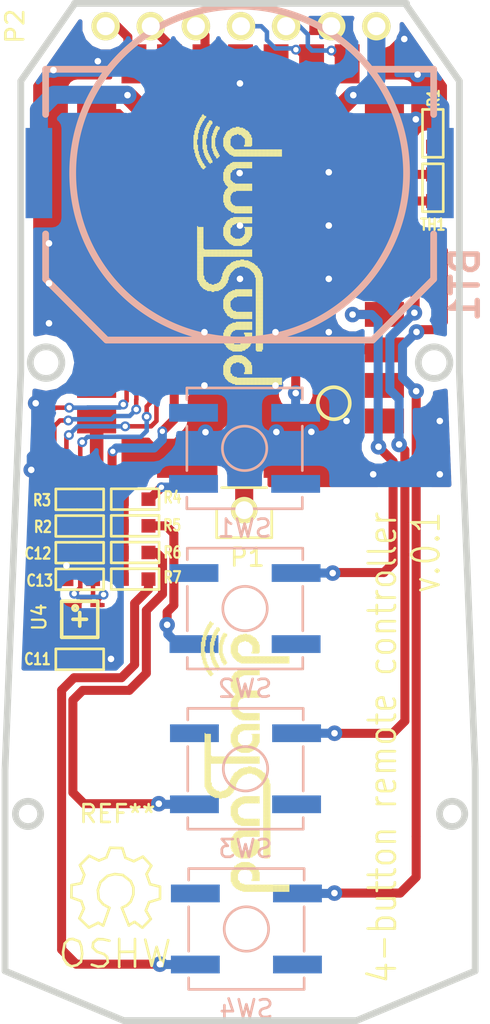
<source format=kicad_pcb>
(kicad_pcb (version 4) (host pcbnew 4.0.2+e4-6225~38~ubuntu14.04.1-stable)
  (title_block (title "panStamp keyfob board") (date 2016-05-06) (rev 0.1) (company panStamp))
  (layers (0 Front signal) (1 Ground power) (2 Power power) (31 Back signal) (34 B.Paste user) (35 F.Paste user) (36 B.SilkS user) (37 F.SilkS user) (38 B.Mask user) (39 F.Mask user) (44 Edge.Cuts user))
  (net 0 "")
  (net 1 /RESET)
  (net 2 GND)
  (net 3 VCC)
  (net 4 /D0)
  (net 5 /D1)
  (net 6 /D14)
  (net 7 /D15)
  (net 8 /D16)
  (net 9 /D17)
  (net 10 /D18)
  (net 11 /D2)
  (net 12 /TEST)
  (net 13 /D12)
  (net 14 /D11)
  (net 15 /D10)
  (net 16 /D9)
  (net 17 /D19)
  (net 18 /D20)
  (net 19 /D21)
  (net 20 /D22)
  (net 21 /I2C_SDA)
  (net 22 /I2C_SCL)
  (net 23 /D5)
  (net 24 /D6)
  (net 25 /D7)
  (net 26 "Net-(C11-Pad1)")
  (net 27 /D13)
  (net 28 "Net-(R4-Pad2)")
  (net 29 /D8)
  (net 30 "Net-(R5-Pad2)")
  (net 31 "Net-(R6-Pad2)")
  (net 32 "Net-(R7-Pad2)")
  (net 33 "Net-(P1-Pad1)")
  (module mysmd:linx_bat-hld-001 (layer Back) (at 82.9818 60.0456)
    (fp_text reference BT1 (at 12.6873 6.2611 270) (layer B.SilkS) (effects (font (thickness 0.3048)) (justify mirror)))
    (fp_text value Battery hide)
    (pad 1 smd rect (at -11.3 0) (size 1.5 5.08) (layers Back B.Paste B.Mask) (net 3 VCC))
    (pad 1 smd rect (at 11.3 0) (size 1.5 5.08) (layers Back B.Paste B.Mask) (net 3 VCC))
    (pad 2 smd circle (at 0 0) (size 14 14) (layers Back B.Paste B.Mask) (net 2 GND))
  )
  (module Pin_Headers:Pin_Header_Straight_1x07 (layer Front) (at 75.44 51.78 90)
    (fp_text reference P2 (at 0 -5.1 90) (layer F.SilkS))
    (fp_text value CONN_01X07)
    (pad 1 thru_hole circle (at 0 0 90) (size 1.6 1.6) (drill 1.016) (layers *.Cu *.Mask F.SilkS) (net 23 /D5))
    (pad 2 thru_hole circle (at 0 2.54 90) (size 1.6 1.6) (drill 1.016) (layers *.Cu *.Mask F.SilkS) (net 24 /D6))
    (pad 3 thru_hole circle (at 0 5.08 90) (size 1.6 1.6) (drill 1.016) (layers *.Cu *.Mask F.SilkS) (net 25 /D7))
    (pad 4 thru_hole circle (at 0 7.62 90) (size 1.6 1.6) (drill 1.016) (layers *.Cu *.Mask F.SilkS) (net 1 /RESET))
    (pad 5 thru_hole circle (at 0 10.16 90) (size 1.6 1.6) (drill 1.016) (layers *.Cu *.Mask F.SilkS) (net 12 /TEST))
    (pad 6 thru_hole circle (at 0 12.7 90) (size 1.6 1.6) (drill 1.016) (layers *.Cu *.Mask F.SilkS) (net 2 GND))
    (pad 7 thru_hole circle (at 0 15.24 90) (size 1.6 1.6) (drill 1.016) (layers *.Cu *.Mask F.SilkS) (net 3 VCC))
  )
  (module mysmd:PANSTAMP_2 (layer Front) (at 83.0326 64.9986 180)
    (fp_text reference PS1 hide)
    (fp_text value PANSTAMP_NRG2 hide)
    (pad 1 smd rect (at -8.1 -9 180) (size 2.2 1.4) (layers Front F.Mask) (net 9 /D17))
    (pad 2 smd rect (at -8.1 -7 180) (size 2.2 1.4) (layers Front F.Mask) (net 8 /D16))
    (pad 3 smd rect (at -8.1 -5 180) (size 2.2 1.4) (layers Front F.Mask) (net 7 /D15))
    (pad 4 smd rect (at -8.1 -3 180) (size 2.2 1.4) (layers Front F.Mask) (net 6 /D14))
    (pad 5 smd rect (at -8.1 -1 180) (size 2.2 1.4) (layers Front F.Mask) (net 27 /D13))
    (pad 6 smd rect (at -8.1 1 180) (size 2.2 1.4) (layers Front F.Mask) (net 13 /D12))
    (pad 7 smd rect (at -8.1 3 180) (size 2.2 1.4) (layers Front F.Mask) (net 14 /D11))
    (pad 8 smd rect (at -8.1 5 180) (size 2.2 1.4) (layers Front F.Mask) (net 15 /D10))
    (pad 9 smd rect (at -8.1 7 180) (size 2.2 1.4) (layers Front F.Mask) (net 16 /D9))
    (pad 10 smd rect (at -8.1 9 180) (size 2.2 1.4) (layers Front F.Mask) (net 29 /D8))
    (pad 11 smd rect (at -6 11.1 270) (size 2.2 1.4) (layers Front F.Mask) (net 12 /TEST))
    (pad 12 smd rect (at -4 11.1 270) (size 2.2 1.4) (layers Front F.Mask) (net 1 /RESET))
    (pad 13 smd rect (at -2 11.1 270) (size 2.2 1.4) (layers Front F.Mask) (net 3 VCC))
    (pad 14 smd rect (at 0 11.1 270) (size 2.2 1.4) (layers Front F.Mask) (net 2 GND))
    (pad 15 smd rect (at 2 11.1 270) (size 2.2 1.4) (layers Front F.Mask) (net 25 /D7))
    (pad 16 smd rect (at 4 11.1 270) (size 2.2 1.4) (layers Front F.Mask) (net 24 /D6))
    (pad 17 smd rect (at 6 11.1 270) (size 2.2 1.4) (layers Front F.Mask) (net 23 /D5))
    (pad 18 smd rect (at 8.1 9 180) (size 2.2 1.4) (layers Front F.Mask) (net 22 /I2C_SCL))
    (pad 19 smd rect (at 8.1 7 180) (size 2.2 1.4) (layers Front F.Mask) (net 21 /I2C_SDA))
    (pad 20 smd rect (at 8.1 5 180) (size 2.2 1.4) (layers Front F.Mask) (net 11 /D2))
    (pad 21 smd rect (at 8.1 3 180) (size 2.2 1.4) (layers Front F.Mask) (net 5 /D1))
    (pad 22 smd rect (at 8.1 1 180) (size 2.2 1.4) (layers Front F.Mask) (net 4 /D0))
    (pad 23 smd rect (at 8.1 -1 180) (size 2.2 1.4) (layers Front F.Mask) (net 20 /D22))
    (pad 24 smd rect (at 8.1 -3 180) (size 2.2 1.4) (layers Front F.Mask) (net 19 /D21))
    (pad 25 smd rect (at 8.1 -5 180) (size 2.2 1.4) (layers Front F.Mask) (net 18 /D20))
    (pad 26 smd rect (at 8.1 -7 180) (size 2.2 1.4) (layers Front F.Mask) (net 17 /D19))
    (pad 27 smd rect (at 8.1 -9 180) (size 2.2 1.4) (layers Front F.Mask) (net 10 /D18))
    (pad 28 smd rect (at 6 -11.1 270) (size 2.2 1.4) (layers Front F.Mask) (net 2 GND))
    (pad 29 smd rect (at 4 -11.1 270) (size 2.2 1.4) (layers Front F.Mask) (net 2 GND))
    (pad 30 smd rect (at 2 -11.1 270) (size 2.2 1.4) (layers Front F.Mask) (net 2 GND))
    (pad 31 smd rect (at 0 -11.1 270) (size 2.2 1.4) (layers Front F.Mask) (net 33 "Net-(P1-Pad1)"))
    (pad 32 smd rect (at -2 -11.1 270) (size 2.2 1.4) (layers Front F.Mask) (net 2 GND))
    (pad 33 smd rect (at -4 -11.1 270) (size 2.2 1.4) (layers Front F.Mask) (net 2 GND))
    (pad 34 smd rect (at -6 -11.1 270) (size 2.2 1.4) (layers Front F.Mask) (net 2 GND))
  )
  (module mysmd:SM0603S (layer Front) (at 73.98 87.41)
    (fp_text reference C11 (at -2.3774 -0.0086) (layer F.SilkS) (effects (font (size 0.635 0.508) (thickness 0.127))))
    (fp_text value 100n hide)
    (pad 2 smd rect (at 0.7493 0) (size 0.7874 0.762) (layers Front F.Paste F.Mask) (net 2 GND))
    (pad 1 smd rect (at -0.7493 0) (size 0.7874 0.762) (layers Front F.Paste F.Mask) (net 26 "Net-(C11-Pad1)"))
  )
  (module mysmd:SM0603S (layer Front) (at 73.98 81.41 180)
    (fp_text reference C12 (at 2.352 -0.0478 360) (layer F.SilkS) (effects (font (size 0.635 0.508) (thickness 0.127))))
    (fp_text value 1u hide)
    (pad 2 smd rect (at 0.7493 0 180) (size 0.7874 0.762) (layers Front F.Paste F.Mask) (net 2 GND))
    (pad 1 smd rect (at -0.7493 0 180) (size 0.7874 0.762) (layers Front F.Paste F.Mask) (net 10 /D18))
  )
  (module mysmd:SM0603S (layer Front) (at 73.98 82.91 180)
    (fp_text reference C13 (at 2.2504 -0.0718 360) (layer F.SilkS) (effects (font (size 0.635 0.508) (thickness 0.127))))
    (fp_text value 100n hide)
    (pad 2 smd rect (at 0.7493 0 180) (size 0.7874 0.762) (layers Front F.Paste F.Mask) (net 2 GND))
    (pad 1 smd rect (at -0.7493 0 180) (size 0.7874 0.762) (layers Front F.Paste F.Mask) (net 10 /D18))
  )
  (module mysmd:SM0603S (layer Front) (at 93.86 57.81 90)
    (fp_text reference R1 (at 1.99 0.04 90) (layer F.SilkS) (effects (font (size 0.635 0.508) (thickness 0.127))))
    (fp_text value 10k hide)
    (pad 2 smd rect (at 0.7493 0 90) (size 0.7874 0.762) (layers Front F.Paste F.Mask) (net 2 GND))
    (pad 1 smd rect (at -0.7493 0 90) (size 0.7874 0.762) (layers Front F.Paste F.Mask) (net 15 /D10))
  )
  (module mysmd:SM0603S (layer Front) (at 93.86 60.87 270)
    (fp_text reference TH1 (at 2.08 0 360) (layer F.SilkS) (effects (font (size 0.635 0.508) (thickness 0.127))))
    (fp_text value THERMISTOR hide)
    (pad 2 smd rect (at 0.7493 0 270) (size 0.7874 0.762) (layers Front F.Paste F.Mask) (net 14 /D11))
    (pad 1 smd rect (at -0.7493 0 270) (size 0.7874 0.762) (layers Front F.Paste F.Mask) (net 15 /D10))
  )
  (module mysmd:DFN-10 (layer Front) (at 73.98 85.16 270)
    (fp_text reference U4 (at -0.1208 2.2758 450) (layer F.SilkS) (effects (font (size 0.762 0.762) (thickness 0.127))))
    (fp_text value MMA8652FC hide)
    (pad 10 smd rect (at -0.8 -1 270) (size 0.225 0.8) (layers Front F.Paste F.Mask) (net 21 /I2C_SDA))
    (pad 9 smd rect (at -0.4 -1 270) (size 0.225 0.8) (layers Front F.Paste F.Mask) (net 2 GND))
    (pad 8 smd rect (at 0 -1 270) (size 0.225 0.8) (layers Front F.Paste F.Mask) (net 10 /D18))
    (pad 7 smd rect (at 0.4 -1 270) (size 0.225 0.8) (layers Front F.Paste F.Mask) (net 2 GND))
    (pad 6 smd rect (at 0.8 -1 270) (size 0.225 0.8) (layers Front F.Paste F.Mask) (net 2 GND))
    (pad 5 smd rect (at 0.8 1 270) (size 0.225 0.8) (layers Front F.Paste F.Mask) (net 4 /D0))
    (pad 4 smd rect (at 0.4 1 270) (size 0.225 0.8) (layers Front F.Paste F.Mask) (net 26 "Net-(C11-Pad1)"))
    (pad 3 smd rect (at 0 1 270) (size 0.225 0.8) (layers Front F.Paste F.Mask) (net 5 /D1))
    (pad 2 smd rect (at -0.4 1 270) (size 0.225 0.8) (layers Front F.Paste F.Mask) (net 22 /I2C_SCL))
    (pad 1 smd rect (at -0.8 1 270) (size 0.225 0.8) (layers Front F.Paste F.Mask) (net 10 /D18))
  )
  (module mysmd:SM0603S (layer Front) (at 73.98 79.91 180)
    (fp_text reference R2 (at 2.0726 -0.0492 180) (layer F.SilkS) (effects (font (size 0.635 0.508) (thickness 0.127))))
    (fp_text value 10k hide)
    (pad 2 smd rect (at 0.7493 0 180) (size 0.7874 0.762) (layers Front F.Paste F.Mask) (net 21 /I2C_SDA))
    (pad 1 smd rect (at -0.7493 0 180) (size 0.7874 0.762) (layers Front F.Paste F.Mask) (net 10 /D18))
  )
  (module mysmd:SM0603S (layer Front) (at 73.98 78.41 180)
    (fp_text reference R3 (at 2.1234 -0.0506 180) (layer F.SilkS) (effects (font (size 0.635 0.508) (thickness 0.127))))
    (fp_text value 10k hide)
    (pad 2 smd rect (at 0.7493 0 180) (size 0.7874 0.762) (layers Front F.Paste F.Mask) (net 22 /I2C_SCL))
    (pad 1 smd rect (at -0.7493 0 180) (size 0.7874 0.762) (layers Front F.Paste F.Mask) (net 10 /D18))
  )
  (module mysmd:SM0603S (layer Front) (at 77.1 78.4)
    (fp_text reference R4 (at 2.1 -0.1) (layer F.SilkS) (effects (font (size 0.635 0.508) (thickness 0.127))))
    (fp_text value 10k hide)
    (pad 2 smd rect (at 0.7493 0) (size 0.7874 0.762) (layers Front F.Paste F.Mask) (net 28 "Net-(R4-Pad2)"))
    (pad 1 smd rect (at -0.7493 0) (size 0.7874 0.762) (layers Front F.Paste F.Mask) (net 3 VCC))
  )
  (module mysmd:SM0603S (layer Front) (at 77.1 79.9)
    (fp_text reference R5 (at 2.0828 -0.0254) (layer F.SilkS) (effects (font (size 0.635 0.508) (thickness 0.127))))
    (fp_text value 10k hide)
    (pad 2 smd rect (at 0.7493 0) (size 0.7874 0.762) (layers Front F.Paste F.Mask) (net 30 "Net-(R5-Pad2)"))
    (pad 1 smd rect (at -0.7493 0) (size 0.7874 0.762) (layers Front F.Paste F.Mask) (net 3 VCC))
  )
  (module Buttons_Switches_SMD:SW_SPST_B3SL-1002P (layer Back) (at 83.2612 75.5396)
    (fp_text reference SW1 (at 0 4.5) (layer B.SilkS) (effects (justify mirror)))
    (fp_text value SW_PUSH)
    (pad 1 smd rect (at -2.875 2) (size 2.75 1) (layers Back B.Paste B.Mask) (net 28 "Net-(R4-Pad2)"))
    (pad 1 smd rect (at 2.875 2) (size 2.75 1) (layers Back B.Paste B.Mask))
    (pad 2 smd rect (at 2.875 -2) (size 2.75 1) (layers Back B.Paste B.Mask) (net 7 /D15))
    (pad 2 smd rect (at -2.875 -2) (size 2.75 1) (layers Back B.Paste B.Mask))
  )
  (module Buttons_Switches_SMD:SW_SPST_B3SL-1002P (layer Back) (at 83.2866 84.5566)
    (fp_text reference SW2 (at 0 4.5) (layer B.SilkS) (effects (justify mirror)))
    (fp_text value SW_PUSH)
    (pad 1 smd rect (at -2.875 2) (size 2.75 1) (layers Back B.Paste B.Mask) (net 30 "Net-(R5-Pad2)"))
    (pad 1 smd rect (at 2.875 2) (size 2.75 1) (layers Back B.Paste B.Mask))
    (pad 2 smd rect (at 2.875 -2) (size 2.75 1) (layers Back B.Paste B.Mask) (net 6 /D14))
    (pad 2 smd rect (at -2.875 -2) (size 2.75 1) (layers Back B.Paste B.Mask))
  )
  (module mysmd:SM0603S (layer Front) (at 77.1 81.4)
    (fp_text reference R6 (at 2.1 0) (layer F.SilkS) (effects (font (size 0.635 0.508) (thickness 0.127))))
    (fp_text value 10k hide)
    (pad 2 smd rect (at 0.7493 0) (size 0.7874 0.762) (layers Front F.Paste F.Mask) (net 31 "Net-(R6-Pad2)"))
    (pad 1 smd rect (at -0.7493 0) (size 0.7874 0.762) (layers Front F.Paste F.Mask) (net 3 VCC))
  )
  (module mysmd:SM0603S (layer Front) (at 77.1 82.9)
    (fp_text reference R7 (at 2.1 -0.1) (layer F.SilkS) (effects (font (size 0.635 0.508) (thickness 0.127))))
    (fp_text value 10k hide)
    (pad 2 smd rect (at 0.7493 0) (size 0.7874 0.762) (layers Front F.Paste F.Mask) (net 32 "Net-(R7-Pad2)"))
    (pad 1 smd rect (at -0.7493 0) (size 0.7874 0.762) (layers Front F.Paste F.Mask) (net 3 VCC))
  )
  (module Buttons_Switches_SMD:SW_SPST_B3SL-1002P (layer Back) (at 83.312 93.5736)
    (fp_text reference SW3 (at 0 4.5) (layer B.SilkS) (effects (justify mirror)))
    (fp_text value SW_PUSH)
    (pad 1 smd rect (at -2.875 2) (size 2.75 1) (layers Back B.Paste B.Mask) (net 31 "Net-(R6-Pad2)"))
    (pad 1 smd rect (at 2.875 2) (size 2.75 1) (layers Back B.Paste B.Mask))
    (pad 2 smd rect (at 2.875 -2) (size 2.75 1) (layers Back B.Paste B.Mask) (net 27 /D13))
    (pad 2 smd rect (at -2.875 -2) (size 2.75 1) (layers Back B.Paste B.Mask))
  )
  (module Buttons_Switches_SMD:SW_SPST_B3SL-1002P (layer Back) (at 83.3628 102.5906)
    (fp_text reference SW4 (at 0 4.5) (layer B.SilkS) (effects (justify mirror)))
    (fp_text value SW_PUSH)
    (pad 1 smd rect (at -2.875 2) (size 2.75 1) (layers Back B.Paste B.Mask) (net 32 "Net-(R7-Pad2)"))
    (pad 1 smd rect (at 2.875 2) (size 2.75 1) (layers Back B.Paste B.Mask))
    (pad 2 smd rect (at 2.875 -2) (size 2.75 1) (layers Back B.Paste B.Mask) (net 13 /D12))
    (pad 2 smd rect (at -2.875 -2) (size 2.75 1) (layers Back B.Paste B.Mask))
  )
  (module Pin_Headers:Pin_Header_Straight_1x01 (layer Front) (at 83.24 79.02 180)
    (fp_text reference P1 (at -0.18 -2.66 180) (layer F.SilkS))
    (fp_text value CONN_01X01)
    (pad 1 thru_hole circle (at 0 0 180) (size 1.5 1.5) (drill 1) (layers *.Cu *.Mask F.SilkS) (net 33 "Net-(P1-Pad1)"))
  )
  (module mymods:PANSTAMPLOGO (layer Front) (at 80.08 71.97 90)
    (fp_text reference G*** hide)
    (fp_text value PANSTAMPLOGO hide)
  )
  (module mymods:PANSTAMPLOGO (layer Front) (at 80.5 100.5 90)
    (fp_text reference G*** hide)
    (fp_text value PANSTAMPLOGO hide)
  )
  (module Symbols:Symbol_OSHW-Logo_SilkScreen (layer Front) (at 76 100.5)
    (fp_text reference REF** (at 0.09906 -4.38912) (layer F.SilkS))
    (fp_text value Symbol_OSHW-Logo_SilkScreen)
  )
  (gr_text "4-button remote controller\nv.0.1" (at 92.25 79 90) (layer F.SilkS) (effects (font (size 1.524 1.27) (thickness 0.1524)) (justify right)))
  (gr_circle (center 94.9452 96.1136) (end 95.6564 96.1136) (layer Edge.Cuts) (width 0.381))
  (gr_circle (center 71.0692 96.1136) (end 70.358 96.1136) (layer Edge.Cuts) (width 0.381))
  (gr_circle (center 72.0852 70.7136) (end 71.1962 70.7136) (layer Edge.Cuts) (width 0.381))
  (gr_circle (center 93.9292 70.7136) (end 93.0402 70.7136) (layer Edge.Cuts) (width 0.381))
  (gr_line (start 70.6628 71.2216) (end 70.6628 54.864) (angle 90) (layer Edge.Cuts) (width 0.381))
  (gr_line (start 95.3516 54.864) (end 95.3516 71.2216) (angle 90) (layer Edge.Cuts) (width 0.381))
  (gr_line (start 73.6854 50.4952) (end 92.3798 50.4952) (angle 90) (layer Edge.Cuts) (width 0.381))
  (gr_line (start 73.7108 50.4952) (end 70.6628 54.864) (angle 90) (layer Edge.Cuts) (width 0.381))
  (gr_line (start 92.3036 50.4952) (end 95.3516 54.864) (angle 90) (layer Edge.Cuts) (width 0.381))
  (gr_line (start 69.7738 93.6244) (end 69.7738 104.9528) (angle 90) (layer Edge.Cuts) (width 0.381))
  (gr_line (start 96.2406 104.9528) (end 96.2406 93.6244) (angle 90) (layer Edge.Cuts) (width 0.381))
  (gr_line (start 89.5604 107.7468) (end 96.2406 104.9528) (angle 90) (layer Edge.Cuts) (width 0.381))
  (gr_line (start 76.454 107.7468) (end 89.5604 107.7468) (angle 90) (layer Edge.Cuts) (width 0.381))
  (gr_line (start 69.7738 104.9528) (end 76.454 107.7468) (angle 90) (layer Edge.Cuts) (width 0.381))
  (gr_line (start 69.7738 93.6244) (end 70.6628 71.2216) (angle 90) (layer Edge.Cuts) (width 0.381))
  (gr_line (start 96.2406 93.6244) (end 95.3516 71.2216) (angle 90) (layer Edge.Cuts) (width 0.381))
  (segment (start 83.06 51.78) (end 84.2 51.78) (width 0.254) (layer Back) (net 1))
  (segment (start 86.15 53.1) (end 86.9486 53.8986) (width 0.254) (layer Front) (net 1))
  (via (at 86.15 53.1) (size 0.5588) (drill 0.3048) (layers Front Back) (net 1))
  (segment (start 86.08 53.03) (end 86.15 53.1) (width 0.254) (layer Back) (net 1))
  (segment (start 84.99 53.03) (end 86.08 53.03) (width 0.254) (layer Back) (net 1))
  (segment (start 84.52 52.56) (end 84.99 53.03) (width 0.254) (layer Back) (net 1))
  (segment (start 84.52 52.1) (end 84.52 52.56) (width 0.254) (layer Back) (net 1))
  (segment (start 84.2 51.78) (end 84.52 52.1) (width 0.254) (layer Back) (net 1))
  (segment (start 86.9486 53.8986) (end 87.0326 53.8986) (width 0.254) (layer Front) (net 1))
  (segment (start 93 54.5) (end 93 53.25) (width 0.508) (layer Front) (net 2))
  (segment (start 92.9 54.6) (end 93 54.5) (width 0.508) (layer Front) (net 2))
  (via (at 93 54.5) (size 0.8763) (drill 0.3683) (layers Front Back) (net 2))
  (segment (start 93.86 57.0607) (end 92.9407 57.0607) (width 0.508) (layer Front) (net 2))
  (via (at 92.9 57.02) (size 0.8763) (drill 0.3683) (layers Front Back) (net 2))
  (segment (start 92.9407 57.0607) (end 92.9 57.02) (width 0.508) (layer Front) (net 2))
  (segment (start 92.9 57.02) (end 92.9 54.6) (width 0.508) (layer Front) (net 2))
  (via (at 92.25 52.5) (size 0.8763) (drill 0.3683) (layers Front Back) (net 2))
  (segment (start 93 53.25) (end 92.25 52.5) (width 0.508) (layer Front) (net 2))
  (segment (start 75 53.75) (end 73 53.75) (width 0.508) (layer Back) (net 2))
  (via (at 75 53.75) (size 0.8763) (drill 0.3683) (layers Front Back) (net 2))
  (segment (start 80.25 53.75) (end 75 53.75) (width 0.508) (layer Back) (net 2))
  (via (at 72.5 54.25) (size 0.8763) (drill 0.3683) (layers Front Back) (net 2))
  (segment (start 73 53.75) (end 72.5 54.25) (width 0.508) (layer Back) (net 2))
  (segment (start 82.9818 60.0456) (end 82.9818 56.4818) (width 0.508) (layer Back) (net 2))
  (segment (start 82.9818 56.4818) (end 80.25 53.75) (width 0.508) (layer Back) (net 2))
  (segment (start 72.25 64) (end 72.25 66.25) (width 0.508) (layer Back) (net 2))
  (via (at 72.25 66.25) (size 0.8763) (drill 0.3683) (layers Front Back) (net 2))
  (segment (start 74 69) (end 81 69) (width 0.508) (layer Back) (net 2))
  (via (at 81 69) (size 0.8763) (drill 0.3683) (layers Front Back) (net 2))
  (via (at 72.25 68.5) (size 0.8763) (drill 0.3683) (layers Front Back) (net 2))
  (segment (start 73.5 68.5) (end 72.25 68.5) (width 0.508) (layer Back) (net 2))
  (segment (start 74 69) (end 73.5 68.5) (width 0.508) (layer Back) (net 2))
  (segment (start 72.25 66.25) (end 72.25 68.5) (width 0.508) (layer Back) (net 2))
  (via (at 72.25 64) (size 0.8763) (drill 0.3683) (layers Front Back) (net 2))
  (segment (start 71.25 76.75) (end 71.25 76) (width 0.508) (layer Back) (net 2))
  (segment (start 73.2307 76.9807) (end 73 76.75) (width 0.508) (layer Back) (net 2))
  (segment (start 73 76.75) (end 71.25 76.75) (width 0.508) (layer Back) (net 2))
  (via (at 71.25 76.75) (size 0.8763) (drill 0.3683) (layers Front Back) (net 2))
  (segment (start 73.2307 82.14) (end 73.2307 76.9807) (width 0.508) (layer Back) (net 2))
  (via (at 71.5 73) (size 0.8763) (drill 0.3683) (layers Front Back) (net 2))
  (segment (start 71.5 75.75) (end 71.5 73) (width 0.508) (layer Back) (net 2))
  (segment (start 71.25 76) (end 71.5 75.75) (width 0.508) (layer Back) (net 2))
  (segment (start 94.25 74) (end 94.25 77) (width 0.508) (layer Back) (net 2))
  (via (at 90.5 77) (size 0.8763) (drill 0.3683) (layers Front Back) (net 2))
  (segment (start 90.5 77) (end 94.25 77) (width 0.508) (layer Back) (net 2))
  (via (at 94.25 77) (size 0.8763) (drill 0.3683) (layers Front Back) (net 2))
  (segment (start 90.5 77) (end 89.5986 76.0986) (width 0.508) (layer Front) (net 2))
  (via (at 94.25 74) (size 0.8763) (drill 0.3683) (layers Front Back) (net 2))
  (segment (start 89.0326 76.0986) (end 89.5986 76.0986) (width 0.508) (layer Front) (net 2))
  (segment (start 81.0326 76.0986) (end 81.0326 74.6574) (width 0.254) (layer Front) (net 2))
  (segment (start 81.06 74.63) (end 81.08 74.63) (width 0.254) (layer Back) (net 2))
  (via (at 81.06 74.63) (size 0.8763) (drill 0.3683) (layers Front Back) (net 2))
  (segment (start 81.0326 74.6574) (end 81.06 74.63) (width 0.254) (layer Front) (net 2))
  (segment (start 87.0326 76.0986) (end 87.0326 74.6226) (width 0.254) (layer Front) (net 2))
  (via (at 87.02 74.61) (size 0.8763) (drill 0.3683) (layers Front Back) (net 2))
  (segment (start 87.0326 74.6226) (end 87.02 74.61) (width 0.254) (layer Front) (net 2))
  (segment (start 85.0326 76.0986) (end 85.0326 74.6374) (width 0.254) (layer Front) (net 2))
  (via (at 85.05 74.62) (size 0.8763) (drill 0.3683) (layers Front Back) (net 2))
  (segment (start 85.0326 74.6374) (end 85.05 74.62) (width 0.254) (layer Front) (net 2))
  (segment (start 83 63) (end 83 66) (width 0.254) (layer Front) (net 2))
  (segment (start 83 66) (end 82.9818 65.9818) (width 0.254) (layer Back) (net 2))
  (via (at 83 66) (size 0.8763) (drill 0.3683) (layers Front Back) (net 2))
  (segment (start 82.9818 65.9818) (end 82.9818 60.0456) (width 0.254) (layer Back) (net 2))
  (segment (start 88 63) (end 83 63) (width 0.254) (layer Front) (net 2))
  (segment (start 83 63) (end 82.9818 62.9818) (width 0.254) (layer Back) (net 2))
  (via (at 83 63) (size 0.8763) (drill 0.3683) (layers Front Back) (net 2))
  (segment (start 82.9818 62.9818) (end 82.9818 60.0456) (width 0.254) (layer Back) (net 2))
  (segment (start 88 63) (end 88 60) (width 0.254) (layer Front) (net 2))
  (segment (start 88 60) (end 87.9544 60.0456) (width 0.254) (layer Back) (net 2))
  (via (at 88 60) (size 0.8763) (drill 0.3683) (layers Front Back) (net 2))
  (segment (start 87.9544 60.0456) (end 82.9818 60.0456) (width 0.254) (layer Back) (net 2))
  (segment (start 88 66) (end 88 63) (width 0.254) (layer Front) (net 2))
  (via (at 88 66) (size 0.8763) (drill 0.3683) (layers Front Back) (net 2))
  (segment (start 88 63) (end 85.0456 60.0456) (width 0.254) (layer Back) (net 2))
  (via (at 88 63) (size 0.8763) (drill 0.3683) (layers Front Back) (net 2))
  (segment (start 85.0456 60.0456) (end 82.9818 60.0456) (width 0.254) (layer Back) (net 2))
  (segment (start 74.98 85.56) (end 75.49 85.56) (width 0.254) (layer Front) (net 2))
  (segment (start 75.51 84.76) (end 74.98 84.76) (width 0.254) (layer Front) (net 2))
  (segment (start 75.67 84.92) (end 75.51 84.76) (width 0.254) (layer Front) (net 2))
  (segment (start 75.67 85.38) (end 75.67 84.92) (width 0.254) (layer Front) (net 2))
  (segment (start 75.49 85.56) (end 75.67 85.38) (width 0.254) (layer Front) (net 2))
  (segment (start 74.98 85.74) (end 74.98 87.1593) (width 0.508) (layer Front) (net 2))
  (segment (start 74.98 87.1593) (end 74.7293 87.41) (width 0.508) (layer Front) (net 2))
  (segment (start 74.7293 87.41) (end 75.72 87.41) (width 0.508) (layer Front) (net 2))
  (via (at 75.74 87.39) (size 0.8763) (drill 0.3683) (layers Front Back) (net 2))
  (segment (start 75.72 87.41) (end 75.74 87.39) (width 0.508) (layer Front) (net 2))
  (segment (start 89.0326 76.0986) (end 89.0326 74.0326) (width 0.508) (layer Front) (net 2))
  (via (at 89 74) (size 0.8763) (drill 0.3683) (layers Front Back) (net 2))
  (segment (start 89.0326 74.0326) (end 89 74) (width 0.508) (layer Front) (net 2))
  (segment (start 85 72) (end 81 72) (width 0.508) (layer Back) (net 2))
  (via (at 81 72) (size 0.8763) (drill 0.3683) (layers Front Back) (net 2))
  (segment (start 81 69) (end 85 69) (width 0.508) (layer Back) (net 2))
  (via (at 85 69) (size 0.8763) (drill 0.3683) (layers Front Back) (net 2))
  (segment (start 88 69) (end 88 66) (width 0.508) (layer Back) (net 2))
  (segment (start 88 66) (end 82.9818 60.9818) (width 0.508) (layer Back) (net 2))
  (via (at 88 69) (size 0.8763) (drill 0.3683) (layers Front Back) (net 2))
  (segment (start 85 69) (end 88 69) (width 0.508) (layer Back) (net 2))
  (segment (start 81 72) (end 81 69) (width 0.508) (layer Back) (net 2))
  (via (at 85 72) (size 0.8763) (drill 0.3683) (layers Front Back) (net 2))
  (segment (start 82.9818 60.0456) (end 82.9818 60.9818) (width 0.508) (layer Back) (net 2))
  (via (at 82.9818 60.0456) (size 0.8763) (drill 0.3683) (layers Front Back) (net 2))
  (segment (start 82.9818 55.0182) (end 82.9818 60.0456) (width 0.762) (layer Back) (net 2))
  (segment (start 83 60.0274) (end 83 60) (width 1.016) (layer Front) (net 2))
  (segment (start 82.9818 60.0456) (end 83 60.0274) (width 1.016) (layer Front) (net 2))
  (segment (start 83.0326 53.8986) (end 83.0326 54.9674) (width 0.762) (layer Front) (net 2))
  (segment (start 83.0326 54.9674) (end 83 55) (width 0.762) (layer Front) (net 2))
  (via (at 83 55) (size 0.8763) (drill 0.3683) (layers Front Back) (net 2))
  (segment (start 83 55) (end 82.9818 55.0182) (width 0.762) (layer Back) (net 2))
  (segment (start 74.98 85.56) (end 74.98 85.74) (width 0.254) (layer Front) (net 2))
  (segment (start 74.98 85.74) (end 74.98 85.96) (width 0.254) (layer Front) (net 2))
  (via (at 73.2307 82.14) (size 0.8763) (drill 0.3683) (layers Front Back) (net 2))
  (segment (start 73.2307 82.14) (end 73.22 82.14) (width 0.762) (layer Back) (net 2))
  (segment (start 73.2307 82.91) (end 73.2307 82.14) (width 0.762) (layer Front) (net 2))
  (segment (start 73.2307 82.14) (end 73.2307 81.41) (width 0.762) (layer Front) (net 2))
  (segment (start 81.08 56.3) (end 77.31 56.3) (width 1.016) (layer Front) (net 3))
  (segment (start 71.6818 56.4882) (end 71.6818 60.0456) (width 1.016) (layer Back) (net 3))
  (segment (start 72.53 55.64) (end 71.6818 56.4882) (width 1.016) (layer Back) (net 3))
  (segment (start 76.65 55.64) (end 72.53 55.64) (width 1.016) (layer Back) (net 3))
  (segment (start 76.67 55.66) (end 76.65 55.64) (width 1.016) (layer Back) (net 3))
  (via (at 76.67 55.66) (size 0.8763) (drill 0.3683) (layers Front Back) (net 3))
  (segment (start 77.31 56.3) (end 76.67 55.66) (width 1.016) (layer Front) (net 3))
  (segment (start 90.68 51.78) (end 90.68 54.75) (width 1.016) (layer Back) (net 3))
  (segment (start 90.68 54.75) (end 89.77 55.66) (width 1.016) (layer Back) (net 3))
  (segment (start 94.2818 60.0456) (end 94.2818 56.3218) (width 1.016) (layer Back) (net 3))
  (segment (start 94.2818 56.3218) (end 93.62 55.66) (width 1.016) (layer Back) (net 3))
  (segment (start 93.62 55.66) (end 89.77 55.66) (width 1.016) (layer Back) (net 3))
  (segment (start 89.77 55.66) (end 89.38 55.66) (width 1.016) (layer Back) (net 3))
  (segment (start 83.93 56.3) (end 88.74 56.3) (width 1.016) (layer Front) (net 3))
  (via (at 89.38 55.66) (size 0.8763) (drill 0.3683) (layers Front Back) (net 3))
  (segment (start 88.74 56.3) (end 89.38 55.66) (width 1.016) (layer Front) (net 3))
  (segment (start 90.67 51.78) (end 90.68 51.78) (width 1.016) (layer Back) (net 3))
  (segment (start 71.6818 60.0456) (end 71.6818 61.7718) (width 1.016) (layer Back) (net 3))
  (segment (start 79.28 69.24) (end 79.3 69.24) (width 1.016) (layer Front) (net 3))
  (segment (start 79.3 69.24) (end 79.28 69.24) (width 1.016) (layer Front) (net 3))
  (segment (start 79.28 69.24) (end 79.3 69.24) (width 1.016) (layer Front) (net 3))
  (segment (start 79.3 72) (end 79.3 73.91) (width 0.508) (layer Front) (net 3))
  (segment (start 85.0326 55.7674) (end 84.5 56.3) (width 1.016) (layer Front) (net 3))
  (segment (start 84.5 56.3) (end 83.93 56.3) (width 1.016) (layer Front) (net 3))
  (segment (start 83.93 56.3) (end 81.08 56.3) (width 1.016) (layer Front) (net 3))
  (segment (start 81.08 56.3) (end 79.9 56.3) (width 1.016) (layer Front) (net 3))
  (segment (start 79.9 56.3) (end 79.3 56.9) (width 1.016) (layer Front) (net 3))
  (segment (start 79.3 56.9) (end 79.3 69.24) (width 1.016) (layer Front) (net 3))
  (segment (start 79.3 69.24) (end 79.3 72) (width 1.016) (layer Front) (net 3))
  (segment (start 85.0326 53.8986) (end 85.0326 55.7674) (width 1.016) (layer Front) (net 3))
  (segment (start 75.8 77.8493) (end 76.3507 78.4) (width 0.508) (layer Front) (net 3))
  (segment (start 75.8 75.75) (end 75.8 77.8493) (width 0.508) (layer Front) (net 3))
  (segment (start 75.84 75.71) (end 75.8 75.75) (width 0.508) (layer Front) (net 3))
  (via (at 75.84 75.71) (size 0.5588) (drill 0.3048) (layers Front Back) (net 3))
  (segment (start 76.03 75.52) (end 75.84 75.71) (width 0.508) (layer Back) (net 3))
  (segment (start 78.16 75.52) (end 76.03 75.52) (width 0.508) (layer Back) (net 3))
  (segment (start 78.63 75.05) (end 78.16 75.52) (width 0.508) (layer Back) (net 3))
  (segment (start 78.63 74.58) (end 78.63 75.05) (width 0.508) (layer Back) (net 3))
  (via (at 78.63 74.58) (size 0.5588) (drill 0.3048) (layers Front Back) (net 3))
  (segment (start 79.3 73.91) (end 78.63 74.58) (width 0.508) (layer Front) (net 3))
  (segment (start 76.3507 79.9) (end 76.3507 78.4) (width 0.762) (layer Front) (net 3))
  (segment (start 76.3507 81.4) (end 76.3507 79.9) (width 0.762) (layer Front) (net 3))
  (segment (start 76.3507 82.9) (end 76.3507 81.4) (width 0.762) (layer Front) (net 3))
  (segment (start 72.98 85.96) (end 71.9 85.96) (width 0.254) (layer Front) (net 4))
  (segment (start 76.3186 63.9986) (end 74.9326 63.9986) (width 0.254) (layer Front) (net 4))
  (segment (start 76.62 64.3) (end 76.3186 63.9986) (width 0.254) (layer Front) (net 4))
  (segment (start 76.62 72.88) (end 76.62 64.3) (width 0.254) (layer Front) (net 4))
  (segment (start 76.43 73.07) (end 76.62 72.88) (width 0.254) (layer Front) (net 4))
  (via (at 76.43 73.07) (size 0.5588) (drill 0.3048) (layers Front Back) (net 4))
  (segment (start 76.26 73.24) (end 76.43 73.07) (width 0.254) (layer Back) (net 4))
  (segment (start 74.42 73.24) (end 76.26 73.24) (width 0.254) (layer Back) (net 4))
  (segment (start 74.41 73.25) (end 74.42 73.24) (width 0.254) (layer Back) (net 4))
  (segment (start 73.39 73.25) (end 74.41 73.25) (width 0.254) (layer Back) (net 4))
  (via (at 73.39 73.25) (size 0.5588) (drill 0.3048) (layers Front Back) (net 4))
  (segment (start 72.61 73.25) (end 73.39 73.25) (width 0.254) (layer Front) (net 4))
  (segment (start 72.13 73.73) (end 72.61 73.25) (width 0.254) (layer Front) (net 4))
  (segment (start 72.13 78.19) (end 72.13 73.73) (width 0.254) (layer Front) (net 4))
  (segment (start 71.5 78.82) (end 72.13 78.19) (width 0.254) (layer Front) (net 4))
  (segment (start 71.5 85.56) (end 71.5 78.82) (width 0.254) (layer Front) (net 4))
  (segment (start 71.9 85.96) (end 71.5 85.56) (width 0.254) (layer Front) (net 4))
  (segment (start 72.55 77.44) (end 72.55 74.29) (width 0.254) (layer Front) (net 5))
  (segment (start 72.55 77.57) (end 72.55 77.44) (width 0.254) (layer Front) (net 5))
  (segment (start 76.6686 61.9986) (end 74.9326 61.9986) (width 0.254) (layer Front) (net 5))
  (segment (start 77.17 62.5) (end 76.6686 61.9986) (width 0.254) (layer Front) (net 5))
  (segment (start 77.17 72.79) (end 77.17 62.5) (width 0.254) (layer Front) (net 5))
  (segment (start 77.16 72.8) (end 77.17 72.79) (width 0.254) (layer Front) (net 5))
  (segment (start 77.16 73.35) (end 77.16 72.8) (width 0.254) (layer Front) (net 5))
  (via (at 77.16 73.35) (size 0.5588) (drill 0.3048) (layers Front Back) (net 5))
  (segment (start 76.79 73.72) (end 77.16 73.35) (width 0.254) (layer Back) (net 5))
  (segment (start 75.95 73.72) (end 76.79 73.72) (width 0.254) (layer Back) (net 5))
  (segment (start 75.77 73.9) (end 75.95 73.72) (width 0.254) (layer Back) (net 5))
  (segment (start 73.41 73.9) (end 75.77 73.9) (width 0.254) (layer Back) (net 5))
  (segment (start 73.34 73.97) (end 73.41 73.9) (width 0.254) (layer Back) (net 5))
  (via (at 73.34 73.97) (size 0.5588) (drill 0.3048) (layers Front Back) (net 5))
  (segment (start 72.87 73.97) (end 73.34 73.97) (width 0.254) (layer Front) (net 5))
  (segment (start 72.55 74.29) (end 72.87 73.97) (width 0.254) (layer Front) (net 5))
  (segment (start 72.98 85.16) (end 72.29 85.16) (width 0.254) (layer Front) (net 5))
  (segment (start 72.55 77.57) (end 72.54 77.56) (width 0.254) (layer Front) (net 5))
  (segment (start 72.55 78.38) (end 72.55 77.57) (width 0.254) (layer Front) (net 5))
  (segment (start 71.9 79.03) (end 72.55 78.38) (width 0.254) (layer Front) (net 5))
  (segment (start 71.9 84.77) (end 71.9 79.03) (width 0.254) (layer Front) (net 5))
  (segment (start 72.29 85.16) (end 71.9 84.77) (width 0.254) (layer Front) (net 5))
  (segment (start 86.1616 82.5566) (end 88.2166 82.5566) (width 0.508) (layer Back) (net 6))
  (segment (start 90.41 68.01) (end 89.34 68.01) (width 0.508) (layer Back) (net 6))
  (segment (start 90.78 68.38) (end 90.41 68.01) (width 0.508) (layer Back) (net 6))
  (segment (start 90.78 75.43) (end 90.78 68.38) (width 0.508) (layer Back) (net 6))
  (segment (start 90.8 75.45) (end 90.78 75.43) (width 0.508) (layer Back) (net 6))
  (via (at 90.8 75.45) (size 0.8763) (drill 0.3683) (layers Front Back) (net 6))
  (segment (start 91.62 76.27) (end 90.8 75.45) (width 0.508) (layer Front) (net 6))
  (segment (start 91.62 82.01) (end 91.62 76.27) (width 0.508) (layer Front) (net 6))
  (segment (start 91.1 82.53) (end 91.62 82.01) (width 0.508) (layer Front) (net 6))
  (segment (start 88.25 82.53) (end 91.1 82.53) (width 0.508) (layer Front) (net 6))
  (segment (start 88.22 82.56) (end 88.25 82.53) (width 0.508) (layer Front) (net 6))
  (via (at 88.22 82.56) (size 0.8763) (drill 0.3683) (layers Front Back) (net 6))
  (segment (start 88.2166 82.5566) (end 88.22 82.56) (width 0.508) (layer Back) (net 6))
  (segment (start 89.3514 67.9986) (end 91.1326 67.9986) (width 0.508) (layer Front) (net 6))
  (via (at 89.34 68.01) (size 0.8763) (drill 0.3683) (layers Front Back) (net 6))
  (segment (start 89.34 68.01) (end 89.3514 67.9986) (width 0.508) (layer Front) (net 6))
  (segment (start 90.924 67.79) (end 91.1326 67.9986) (width 0.508) (layer Front) (net 6))
  (segment (start 91.4519 67.6793) (end 91.1326 67.9986) (width 0.508) (layer Front) (net 6))
  (segment (start 86.1362 73.5396) (end 86.1362 72.4338) (width 0.508) (layer Back) (net 7))
  (segment (start 86.4 69.99) (end 91.124 69.99) (width 0.508) (layer Front) (net 7))
  (segment (start 86.14 70.25) (end 86.4 69.99) (width 0.508) (layer Front) (net 7))
  (segment (start 86.14 71.3) (end 86.14 70.25) (width 0.508) (layer Front) (net 7))
  (segment (start 86.14 72.43) (end 86.14 71.3) (width 0.508) (layer Front) (net 7))
  (via (at 86.14 72.43) (size 0.8763) (drill 0.3683) (layers Front Back) (net 7))
  (segment (start 86.1362 72.4338) (end 86.14 72.43) (width 0.508) (layer Back) (net 7))
  (segment (start 91.124 69.99) (end 91.1326 69.9986) (width 0.508) (layer Front) (net 7))
  (segment (start 74.9326 76.5) (end 74.9326 77.3874) (width 0.762) (layer Front) (net 10))
  (segment (start 74.7293 77.5907) (end 74.7293 78.41) (width 0.762) (layer Front) (net 10))
  (segment (start 74.9326 77.3874) (end 74.7293 77.5907) (width 0.762) (layer Front) (net 10))
  (segment (start 72.98 84.36) (end 73.82 84.36) (width 0.254) (layer Front) (net 10))
  (segment (start 73.82 84.36) (end 73.96 84.5) (width 0.254) (layer Front) (net 10))
  (segment (start 74.7293 82.91) (end 74.7293 83.8007) (width 0.254) (layer Front) (net 10))
  (segment (start 74.22 83.98) (end 73.96 84.24) (width 0.254) (layer Front) (net 10))
  (segment (start 74.55 83.98) (end 74.22 83.98) (width 0.254) (layer Front) (net 10))
  (segment (start 74.7293 83.8007) (end 74.55 83.98) (width 0.254) (layer Front) (net 10))
  (segment (start 74.9326 76.5074) (end 74.9326 76.5) (width 0.762) (layer Front) (net 10))
  (segment (start 74.9326 76.5) (end 74.9326 73.9986) (width 0.762) (layer Front) (net 10))
  (segment (start 74.7293 79.91) (end 74.7293 78.41) (width 0.762) (layer Front) (net 10))
  (segment (start 74.7293 81.41) (end 74.7293 79.91) (width 0.762) (layer Front) (net 10))
  (segment (start 74.7293 82.91) (end 74.7293 81.41) (width 0.762) (layer Front) (net 10))
  (segment (start 73.96 84.24) (end 73.96 84.5) (width 0.254) (layer Front) (net 10))
  (segment (start 73.96 84.5) (end 73.96 84.94) (width 0.254) (layer Front) (net 10))
  (segment (start 73.96 84.94) (end 74.18 85.16) (width 0.254) (layer Front) (net 10))
  (segment (start 74.18 85.16) (end 74.98 85.16) (width 0.254) (layer Front) (net 10))
  (segment (start 74.7293 82.91) (end 74.68 82.91) (width 0.254) (layer Front) (net 10))
  (segment (start 85.6 51.78) (end 86.35 51.78) (width 0.254) (layer Back) (net 12))
  (segment (start 86.35 51.78) (end 86.82 52.25) (width 0.254) (layer Back) (net 12))
  (segment (start 86.82 52.25) (end 86.82 52.91) (width 0.254) (layer Back) (net 12))
  (segment (start 86.82 52.91) (end 87.06 53.15) (width 0.254) (layer Back) (net 12))
  (segment (start 87.06 53.15) (end 88.15 53.15) (width 0.254) (layer Back) (net 12))
  (via (at 88.15 53.15) (size 0.5588) (drill 0.3048) (layers Front Back) (net 12))
  (segment (start 88.15 53.15) (end 88.8986 53.8986) (width 0.254) (layer Front) (net 12))
  (segment (start 88.8986 53.8986) (end 89.0326 53.8986) (width 0.254) (layer Front) (net 12))
  (segment (start 92.92 97.38) (end 92.92 99.67) (width 0.508) (layer Front) (net 13))
  (segment (start 92.02 100.57) (end 88.32 100.57) (width 0.508) (layer Front) (net 13))
  (segment (start 92.92 99.67) (end 92.02 100.57) (width 0.508) (layer Front) (net 13))
  (segment (start 86.2378 100.5906) (end 88.2994 100.5906) (width 0.508) (layer Back) (net 13))
  (segment (start 94.0286 63.9986) (end 91.1326 63.9986) (width 0.508) (layer Front) (net 13))
  (segment (start 94.45 64.42) (end 94.0286 63.9986) (width 0.508) (layer Front) (net 13))
  (segment (start 94.45 68.42) (end 94.45 64.42) (width 0.508) (layer Front) (net 13))
  (segment (start 94.01 68.86) (end 94.45 68.42) (width 0.508) (layer Front) (net 13))
  (segment (start 93.07 68.86) (end 94.01 68.86) (width 0.508) (layer Front) (net 13))
  (segment (start 92.94 68.99) (end 93.07 68.86) (width 0.508) (layer Front) (net 13))
  (via (at 92.94 68.99) (size 0.8763) (drill 0.3683) (layers Front Back) (net 13))
  (segment (start 92.15 69.78) (end 92.94 68.99) (width 0.508) (layer Back) (net 13))
  (segment (start 92.15 71.55) (end 92.15 69.78) (width 0.508) (layer Back) (net 13))
  (segment (start 92.92 72.32) (end 92.15 71.55) (width 0.508) (layer Back) (net 13))
  (via (at 92.92 72.32) (size 0.8763) (drill 0.3683) (layers Front Back) (net 13))
  (segment (start 92.92 97.38) (end 92.92 72.32) (width 0.508) (layer Front) (net 13))
  (via (at 88.32 100.57) (size 0.8763) (drill 0.3683) (layers Front Back) (net 13))
  (segment (start 88.2994 100.5906) (end 88.32 100.57) (width 0.508) (layer Back) (net 13))
  (segment (start 93.86 61.6193) (end 91.5119 61.6193) (width 0.508) (layer Front) (net 14))
  (segment (start 91.5119 61.6193) (end 91.1326 61.9986) (width 0.508) (layer Front) (net 14))
  (segment (start 93.86 60.1207) (end 93.86 58.5593) (width 0.508) (layer Front) (net 15))
  (segment (start 93.86 60.1207) (end 91.2547 60.1207) (width 0.508) (layer Front) (net 15))
  (segment (start 91.2547 60.1207) (end 91.1326 59.9986) (width 0.508) (layer Front) (net 15))
  (segment (start 76.72 74.89) (end 77.42 74.89) (width 0.254) (layer Back) (net 21))
  (segment (start 77.4886 57.9986) (end 74.9326 57.9986) (width 0.254) (layer Front) (net 21))
  (segment (start 77.918998 58.428998) (end 77.4886 57.9986) (width 0.254) (layer Front) (net 21))
  (segment (start 77.918998 73.011002) (end 77.918998 58.428998) (width 0.254) (layer Front) (net 21))
  (segment (start 77.75 73.18) (end 77.918998 73.011002) (width 0.254) (layer Front) (net 21))
  (segment (start 77.75 73.76) (end 77.75 73.18) (width 0.254) (layer Front) (net 21))
  (via (at 77.75 73.76) (size 0.5588) (drill 0.3048) (layers Front Back) (net 21))
  (segment (start 77.75 74.56) (end 77.75 73.76) (width 0.254) (layer Back) (net 21))
  (segment (start 77.42 74.89) (end 77.75 74.56) (width 0.254) (layer Back) (net 21))
  (segment (start 76.33 74.89) (end 76.72 74.89) (width 0.254) (layer Back) (net 21))
  (segment (start 75.59 74.89) (end 76.33 74.89) (width 0.254) (layer Back) (net 21))
  (segment (start 75.44 74.89) (end 75.59 74.89) (width 0.254) (layer Back) (net 21))
  (segment (start 74.01 80.44) (end 74.01 75.3) (width 0.254) (layer Front) (net 21))
  (segment (start 74.42 74.89) (end 75.44 74.89) (width 0.254) (layer Back) (net 21))
  (segment (start 74.12 75.19) (end 74.42 74.89) (width 0.254) (layer Back) (net 21))
  (via (at 74.12 75.19) (size 0.5588) (drill 0.3048) (layers Front Back) (net 21))
  (segment (start 74.01 75.3) (end 74.12 75.19) (width 0.254) (layer Front) (net 21))
  (segment (start 73.2307 79.91) (end 73.78 79.91) (width 0.254) (layer Front) (net 21))
  (segment (start 75.019891 84.070109) (end 75.019891 84.320109) (width 0.254) (layer Front) (net 21))
  (segment (start 75.32 83.77) (end 75.019891 84.070109) (width 0.254) (layer Front) (net 21))
  (via (at 75.32 83.77) (size 0.5588) (drill 0.3048) (layers Front Back) (net 21))
  (segment (start 75.19 83.9) (end 75.32 83.77) (width 0.254) (layer Back) (net 21))
  (segment (start 73.85 83.9) (end 75.19 83.9) (width 0.254) (layer Back) (net 21))
  (segment (start 73.67 83.72) (end 73.85 83.9) (width 0.254) (layer Back) (net 21))
  (via (at 73.67 83.72) (size 0.5588) (drill 0.3048) (layers Front Back) (net 21))
  (segment (start 74.01 83.38) (end 73.67 83.72) (width 0.254) (layer Front) (net 21))
  (segment (start 74.01 80.14) (end 74.01 80.44) (width 0.254) (layer Front) (net 21))
  (segment (start 74.01 80.44) (end 74.01 83.38) (width 0.254) (layer Front) (net 21))
  (segment (start 73.78 79.91) (end 74.01 80.14) (width 0.254) (layer Front) (net 21))
  (segment (start 75.019891 84.320109) (end 74.98 84.36) (width 0.254) (layer Front) (net 21))
  (segment (start 74.98 84.36) (end 75.24 84.36) (width 0.254) (layer Front) (net 21))
  (segment (start 78.3 57.73) (end 78.3 57.58) (width 0.254) (layer Front) (net 22))
  (segment (start 76.21 56.57) (end 75.504 56.57) (width 0.254) (layer Front) (net 22))
  (segment (start 76.36 56.72) (end 76.21 56.57) (width 0.254) (layer Front) (net 22))
  (segment (start 76.36 57.06) (end 76.36 56.72) (width 0.254) (layer Front) (net 22))
  (segment (start 76.64 57.34) (end 76.36 57.06) (width 0.254) (layer Front) (net 22))
  (segment (start 78.06 57.34) (end 76.64 57.34) (width 0.254) (layer Front) (net 22))
  (segment (start 78.3 57.58) (end 78.06 57.34) (width 0.254) (layer Front) (net 22))
  (segment (start 75.504 56.57) (end 74.9326 55.9986) (width 0.254) (layer Front) (net 22))
  (segment (start 76.54 74.3) (end 78 74.3) (width 0.254) (layer Front) (net 22))
  (segment (start 78.3 74) (end 78.3 57.73) (width 0.254) (layer Front) (net 22))
  (segment (start 78 74.3) (end 78.3 74) (width 0.254) (layer Front) (net 22))
  (segment (start 73.2307 78.41) (end 73.2307 74.9293) (width 0.254) (layer Front) (net 22))
  (via (at 76.54 74.3) (size 0.5588) (drill 0.3048) (layers Front Back) (net 22))
  (segment (start 73.86 74.3) (end 76.54 74.3) (width 0.254) (layer Back) (net 22))
  (segment (start 73.37 74.79) (end 73.86 74.3) (width 0.254) (layer Back) (net 22))
  (via (at 73.37 74.79) (size 0.5588) (drill 0.3048) (layers Front Back) (net 22))
  (segment (start 73.2307 74.9293) (end 73.37 74.79) (width 0.254) (layer Front) (net 22))
  (segment (start 72.98 84.76) (end 72.47 84.76) (width 0.254) (layer Front) (net 22))
  (segment (start 72.31 79.23) (end 73.13 78.41) (width 0.254) (layer Front) (net 22))
  (segment (start 72.31 84.6) (end 72.31 79.23) (width 0.254) (layer Front) (net 22))
  (segment (start 72.47 84.76) (end 72.31 84.6) (width 0.254) (layer Front) (net 22))
  (segment (start 73.13 78.41) (end 73.2307 78.41) (width 0.254) (layer Front) (net 22))
  (segment (start 75.44 51.78) (end 76.08 51.78) (width 0.508) (layer Front) (net 23))
  (segment (start 76.08 51.78) (end 76.69 52.39) (width 0.508) (layer Front) (net 23))
  (segment (start 76.69 52.39) (end 76.69 53.556) (width 0.508) (layer Front) (net 23))
  (segment (start 76.69 53.556) (end 77.0326 53.8986) (width 0.508) (layer Front) (net 23))
  (segment (start 79.0326 53.8986) (end 79.0326 52.8326) (width 0.508) (layer Front) (net 24))
  (segment (start 79.0326 52.8326) (end 77.98 51.78) (width 0.508) (layer Front) (net 24))
  (segment (start 81.0326 53.8986) (end 81.0326 52.2926) (width 0.508) (layer Front) (net 25))
  (segment (start 81.0326 52.2926) (end 80.52 51.78) (width 0.508) (layer Front) (net 25))
  (segment (start 72.98 85.56) (end 73.56 85.56) (width 0.254) (layer Front) (net 26))
  (segment (start 73.7 86.9407) (end 73.2307 87.41) (width 0.254) (layer Front) (net 26))
  (segment (start 73.7 85.7) (end 73.7 86.9407) (width 0.254) (layer Front) (net 26))
  (segment (start 73.56 85.56) (end 73.7 85.7) (width 0.254) (layer Front) (net 26))
  (segment (start 86.187 91.5736) (end 88.3236 91.5736) (width 0.508) (layer Back) (net 27))
  (segment (start 92.4286 65.9986) (end 91.1326 65.9986) (width 0.508) (layer Front) (net 27))
  (segment (start 92.86 66.43) (end 92.4286 65.9986) (width 0.508) (layer Front) (net 27))
  (segment (start 92.86 67.87) (end 92.86 66.43) (width 0.508) (layer Front) (net 27))
  (segment (start 92.82 67.91) (end 92.86 67.87) (width 0.508) (layer Front) (net 27))
  (via (at 92.82 67.91) (size 0.8763) (drill 0.3683) (layers Front Back) (net 27))
  (segment (start 91.44 69.29) (end 92.82 67.91) (width 0.508) (layer Back) (net 27))
  (segment (start 91.44 72.24) (end 91.44 69.29) (width 0.508) (layer Back) (net 27))
  (segment (start 91.96 72.76) (end 91.44 72.24) (width 0.508) (layer Back) (net 27))
  (segment (start 91.96 75.32) (end 91.96 72.76) (width 0.508) (layer Back) (net 27))
  (via (at 91.96 75.32) (size 0.8763) (drill 0.3683) (layers Front Back) (net 27))
  (segment (start 92.284998 75.644998) (end 91.96 75.32) (width 0.508) (layer Front) (net 27))
  (segment (start 92.284998 90.89) (end 92.284998 75.644998) (width 0.508) (layer Front) (net 27))
  (segment (start 91.594998 91.58) (end 92.284998 90.89) (width 0.508) (layer Front) (net 27))
  (segment (start 88.33 91.58) (end 91.594998 91.58) (width 0.508) (layer Front) (net 27))
  (segment (start 88.3236 91.5736) (end 88.33 91.58) (width 0.508) (layer Front) (net 27))
  (via (at 88.3236 91.5736) (size 0.8763) (drill 0.3683) (layers Front Back) (net 27))
  (segment (start 86.187 91.5736) (end 85.3136 91.5736) (width 0.508) (layer Back) (net 27))
  (segment (start 91.3147 66.1807) (end 91.1326 65.9986) (width 0.508) (layer Front) (net 27))
  (segment (start 77.8493 78.4) (end 77.91 78.4) (width 0.508) (layer Front) (net 28))
  (segment (start 77.91 78.4) (end 78.58 77.73) (width 0.508) (layer Front) (net 28))
  (via (at 78.58 77.73) (size 0.5588) (drill 0.3048) (layers Front Back) (net 28))
  (segment (start 78.58 77.73) (end 78.59 77.72) (width 0.508) (layer Back) (net 28))
  (segment (start 78.59 77.72) (end 80.2058 77.72) (width 0.508) (layer Back) (net 28))
  (segment (start 80.2058 77.72) (end 80.3862 77.5396) (width 0.508) (layer Back) (net 28))
  (segment (start 77.8493 79.9) (end 78.84 79.9) (width 0.508) (layer Front) (net 30))
  (segment (start 78.94 86) (end 79.4966 86.5566) (width 0.508) (layer Back) (net 30))
  (segment (start 78.94 85.51) (end 78.94 86) (width 0.508) (layer Back) (net 30))
  (segment (start 78.9 85.47) (end 78.94 85.51) (width 0.508) (layer Back) (net 30))
  (via (at 78.9 85.47) (size 0.8763) (drill 0.3683) (layers Front Back) (net 30))
  (segment (start 78.9 84.75) (end 78.9 85.47) (width 0.508) (layer Front) (net 30))
  (segment (start 79.28 84.37) (end 78.9 84.75) (width 0.508) (layer Front) (net 30))
  (segment (start 79.28 80.34) (end 79.28 84.37) (width 0.508) (layer Front) (net 30))
  (segment (start 78.84 79.9) (end 79.28 80.34) (width 0.508) (layer Front) (net 30))
  (segment (start 79.4966 86.5566) (end 80.4116 86.5566) (width 0.508) (layer Back) (net 30))
  (segment (start 77.73 88.09) (end 77.73 88.2) (width 0.508) (layer Front) (net 31))
  (segment (start 74.22 95.54) (end 78.43 95.54) (width 0.508) (layer Front) (net 31))
  (segment (start 73.595002 94.915002) (end 74.22 95.54) (width 0.508) (layer Front) (net 31))
  (segment (start 73.595002 89.71) (end 73.595002 94.915002) (width 0.508) (layer Front) (net 31))
  (segment (start 74.145002 89.16) (end 73.595002 89.71) (width 0.508) (layer Front) (net 31))
  (segment (start 76.77 89.16) (end 74.145002 89.16) (width 0.508) (layer Front) (net 31))
  (segment (start 77.73 88.2) (end 76.77 89.16) (width 0.508) (layer Front) (net 31))
  (segment (start 77.8493 81.4) (end 78.29 81.4) (width 0.508) (layer Front) (net 31))
  (segment (start 78.4636 95.5736) (end 80.437 95.5736) (width 0.508) (layer Back) (net 31))
  (via (at 78.43 95.54) (size 0.8763) (drill 0.3683) (layers Front Back) (net 31))
  (segment (start 78.43 95.54) (end 78.4636 95.5736) (width 0.508) (layer Back) (net 31))
  (segment (start 77.73 84.66) (end 77.73 88.09) (width 0.508) (layer Front) (net 31))
  (segment (start 78.64 83.75) (end 77.73 84.66) (width 0.508) (layer Front) (net 31))
  (segment (start 78.64 81.75) (end 78.64 83.75) (width 0.508) (layer Front) (net 31))
  (segment (start 78.29 81.4) (end 78.64 81.75) (width 0.508) (layer Front) (net 31))
  (segment (start 77.81 104.57) (end 73.78 104.57) (width 0.508) (layer Front) (net 32))
  (segment (start 76.33 88.45) (end 77.07 87.71) (width 0.508) (layer Front) (net 32))
  (segment (start 73.66 88.45) (end 76.33 88.45) (width 0.508) (layer Front) (net 32))
  (segment (start 72.96 89.15) (end 73.66 88.45) (width 0.508) (layer Front) (net 32))
  (segment (start 72.96 103.75) (end 72.96 89.15) (width 0.508) (layer Front) (net 32))
  (segment (start 73.78 104.57) (end 72.96 103.75) (width 0.508) (layer Front) (net 32))
  (segment (start 77.8493 82.9) (end 77.8493 83.4807) (width 0.508) (layer Front) (net 32))
  (segment (start 77.07 84.26) (end 77.07 87.71) (width 0.508) (layer Front) (net 32))
  (segment (start 77.8493 83.4807) (end 77.07 84.26) (width 0.508) (layer Front) (net 32))
  (segment (start 78.5106 104.5906) (end 80.4878 104.5906) (width 0.508) (layer Back) (net 32))
  (segment (start 78.49 104.57) (end 78.5106 104.5906) (width 0.508) (layer Back) (net 32))
  (via (at 78.49 104.57) (size 0.8763) (drill 0.3683) (layers Front Back) (net 32))
  (segment (start 77.81 104.57) (end 78.49 104.57) (width 0.508) (layer Front) (net 32))
  (segment (start 83.0326 76.0986) (end 83.0326 77.2926) (width 1.016) (layer Front) (net 33))
  (segment (start 83.24 77.5) (end 83.24 79.02) (width 1.016) (layer Front) (net 33))
  (segment (start 83.0326 77.2926) (end 83.24 77.5) (width 1.016) (layer Front) (net 33))
  (segment (start 83.0326 76.0986) (end 83.0326 76.9826) (width 1.016) (layer Front) (net 33))
  (segment (start 83.24 76.306) (end 83.0326 76.0986) (width 1.016) (layer Front) (net 33))
  (zone (net 2) (net_name GND) (layer Back) (connect_pads yes (clearance 0.508)) (min_thickness 0.254) (fill yes (arc_segments 16) (thermal_gap 0.508) (thermal_bridge_width 0.508))
    (polygon (pts (xy 70.02 88.05) (xy 76.06 88.05) (xy 76.46 87.65) (xy 76.46 78.5) (xy 77.24 77.72) (xy 95.61 77.72) (xy 95.61 50.46) (xy 70.52 50.46) (xy 70.52 77.74)))
  )
  (zone (net 2) (net_name GND) (layer Front) (connect_pads yes (clearance 0.508)) (min_thickness 0.254) (fill yes (arc_segments 16) (thermal_gap 0.508) (thermal_bridge_width 0.508))
    (polygon (pts (xy 95.62 77.72) (xy 84.55 77.72) (xy 84.55 74.99) (xy 83.72 74.16) (xy 82.32 74.16) (xy 81.48 75) (xy 81.48 77.76) (xy 70.52 77.76) (xy 70.52 50.45) (xy 95.63 50.45) (xy 95.63 77.72)))
  )
)
</source>
